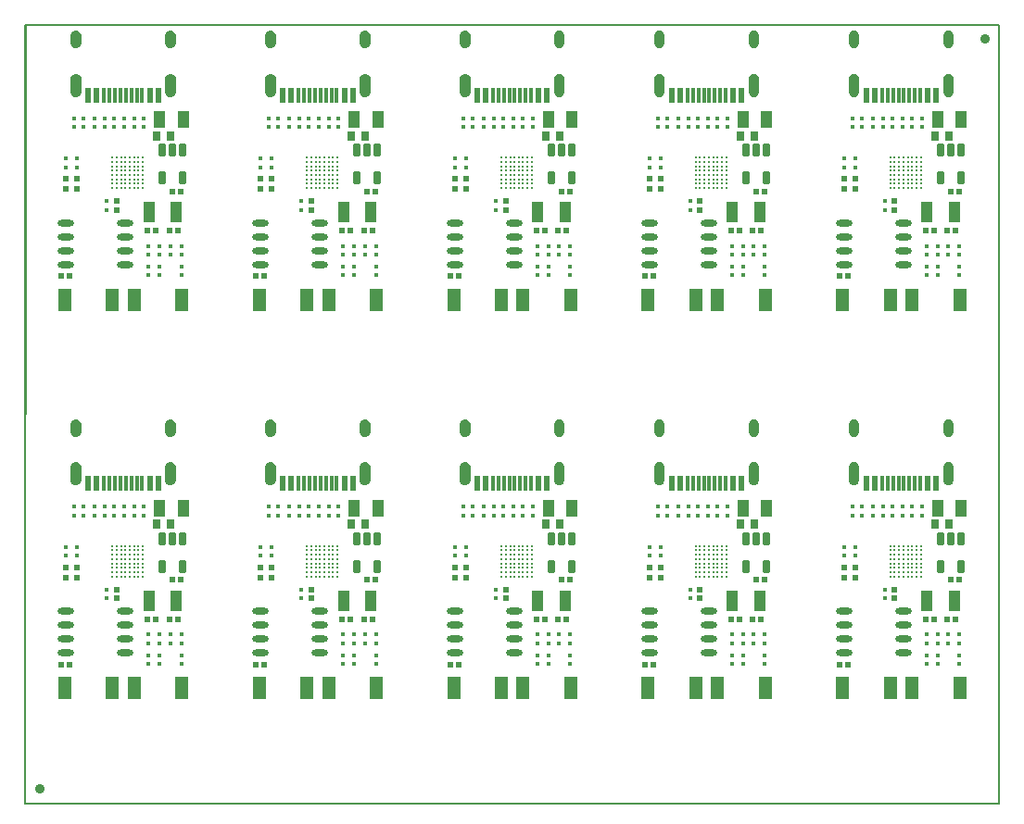
<source format=gtp>
%FSTAX23Y23*%
%MOIN*%
%SFA1B1*%

%IPPOS*%
%AMD17*
4,1,8,0.011800,-0.019600,0.011800,0.019600,0.009800,0.021700,-0.009800,0.021700,-0.011800,0.019600,-0.011800,-0.019600,-0.009800,-0.021700,0.009800,-0.021700,0.011800,-0.019600,0.0*
1,1,0.004016,0.009800,-0.019600*
1,1,0.004016,0.009800,0.019600*
1,1,0.004016,-0.009800,0.019600*
1,1,0.004016,-0.009800,-0.019600*
%
%ADD14R,0.022638X0.057087*%
%ADD15R,0.011811X0.057087*%
%ADD16C,0.009843*%
G04~CAMADD=17~8~0.0~0.0~433.1~236.2~20.1~0.0~15~0.0~0.0~0.0~0.0~0~0.0~0.0~0.0~0.0~0~0.0~0.0~0.0~270.0~237.0~433.0*
%ADD17D17*%
%ADD18R,0.023622X0.019685*%
%ADD19R,0.020472X0.022047*%
%ADD20R,0.031496X0.033465*%
%ADD21O,0.059055X0.023622*%
%ADD22R,0.039370X0.059055*%
%ADD23R,0.022047X0.020472*%
%ADD24R,0.017716X0.017716*%
%ADD25R,0.043307X0.074803*%
%ADD26R,0.045275X0.078740*%
%ADD54C,0.003937*%
%ADD56C,0.005000*%
%ADD9502C,0.035433*%
%LNql-eos-s3-breakout-1*%
%LPD*%
G36*
X00534Y01381D02*
X00539Y01375D01*
X00542Y01368*
Y01364*
Y01341*
Y01337*
X00539Y0133*
X00534Y01324*
X00526Y01321*
X00523*
X00519*
X00511Y01324*
X00506Y0133*
X00503Y01337*
Y01341*
Y01364*
Y01368*
X00506Y01375*
X00511Y01381*
X00519Y01384*
X00526*
X00534Y01381*
G37*
G36*
X00194D02*
X00199Y01375D01*
X00202Y01368*
Y01364*
Y01341*
Y01337*
X00199Y0133*
X00194Y01324*
X00186Y01321*
X00182*
X00179*
X00171Y01324*
X00166Y0133*
X00163Y01337*
Y01341*
Y01364*
Y01368*
X00166Y01375*
X00171Y01381*
X00179Y01384*
X00186*
X00194Y01381*
G37*
G36*
X00526Y01229D02*
X00534Y01226D01*
X00539Y0122*
X00542Y01213*
Y01209*
Y01166*
Y01162*
X00539Y01155*
X00534Y01149*
X00526Y01146*
X00523*
X00519Y01146*
X00511Y01149*
X00506Y01155*
X00503Y01162*
X00503Y01166*
X00503*
Y01209*
Y01213*
X00506Y0122*
X00511Y01226*
X00519Y01229*
X00523*
X00526*
G37*
G36*
X00186D02*
X00194Y01226D01*
X00199Y0122*
X00202Y01213*
Y01209*
Y01166*
Y01162*
X00199Y01155*
X00194Y01149*
X00186Y01146*
X00182*
X00182*
X00179Y01146*
X00171Y01149*
X00166Y01155*
X00163Y01162*
X00163Y01166*
X00163*
Y01209*
Y01213*
X00166Y0122*
X00171Y01226*
X00179Y01229*
X00182*
X00186*
G37*
G54D14*
X00226Y01152D03*
X00256D03*
X00479Y01152D03*
X00449Y01152D03*
G54D15*
X00421Y01152D03*
X00402D03*
X00382D03*
X00284D03*
X00303D03*
X00323D03*
X00343D03*
X00362D03*
G54D16*
X00424Y00928D03*
Y00912D03*
Y00896D03*
Y0088D03*
Y00865D03*
Y00849D03*
Y00833D03*
Y00817D03*
X00408Y00928D03*
Y00912D03*
Y00896D03*
Y0088D03*
Y00865D03*
Y00849D03*
Y00833D03*
Y00817D03*
X00392Y00928D03*
Y00912D03*
Y00896D03*
Y0088D03*
Y00865D03*
Y00849D03*
Y00833D03*
Y00817D03*
X00377Y00928D03*
Y00912D03*
Y00896D03*
Y0088D03*
Y00865D03*
Y00849D03*
Y00833D03*
Y00817D03*
X00361Y00928D03*
Y00912D03*
Y00896D03*
Y0088D03*
Y00865D03*
Y00849D03*
Y00833D03*
Y00817D03*
X00345Y00928D03*
Y00912D03*
Y00896D03*
Y0088D03*
Y00865D03*
Y00849D03*
Y00833D03*
Y00817D03*
X00329Y00928D03*
Y00912D03*
Y00896D03*
Y0088D03*
Y00865D03*
Y00849D03*
Y00833D03*
Y00817D03*
X00314Y00928D03*
Y00912D03*
Y00896D03*
Y0088D03*
Y00865D03*
Y00849D03*
Y00833D03*
Y00817D03*
G54D17*
X00567Y00853D03*
X00493D03*
Y00955D03*
X0053D03*
X00567D03*
G54D18*
X00188Y00815D03*
Y00851D03*
X00148Y00815D03*
Y00851D03*
G54D19*
X00329Y00739D03*
Y0077D03*
G54D20*
X00524Y01006D03*
X00473D03*
G54D21*
X00361Y00542D03*
Y00592D03*
Y00642D03*
Y00692D03*
X00148Y00542D03*
Y00592D03*
Y00642D03*
Y00692D03*
G54D22*
X00569Y01065D03*
X00483D03*
G54D23*
X00161Y005D03*
X0013D03*
X00561Y00806D03*
X0053D03*
X00471Y00664D03*
X0044D03*
X00519D03*
X00549D03*
G54D24*
X00443Y00534D03*
Y00502D03*
X00483Y00534D03*
Y00502D03*
X00443Y00609D03*
Y00577D03*
X00483Y00609D03*
Y00577D03*
X00294Y00739D03*
Y0077D03*
X00562Y00534D03*
Y00502D03*
Y00609D03*
Y00577D03*
X00522Y00609D03*
Y00577D03*
X00211Y01069D03*
Y01038D03*
X00176Y01069D03*
Y01038D03*
X00251D03*
Y01069D03*
X00428D03*
Y01038D03*
X00148Y00892D03*
Y00924D03*
X00188D03*
Y00892D03*
X00286Y01038D03*
Y01069D03*
X00321Y01038D03*
Y01069D03*
X00357Y01038D03*
Y01069D03*
X00392Y01038D03*
Y01069D03*
G54D25*
X00445Y00731D03*
X00544D03*
G54D26*
X00392Y00416D03*
X00563D03*
X00313D03*
X00142D03*
G36*
X01234Y01381D02*
X01239Y01375D01*
X01242Y01368*
Y01364*
Y01341*
Y01337*
X01239Y0133*
X01234Y01324*
X01226Y01321*
X01223*
X01219*
X01211Y01324*
X01206Y0133*
X01203Y01337*
Y01341*
Y01364*
Y01368*
X01206Y01375*
X01211Y01381*
X01219Y01384*
X01226*
X01234Y01381*
G37*
G36*
X00894D02*
X00899Y01375D01*
X00902Y01368*
Y01364*
Y01341*
Y01337*
X00899Y0133*
X00894Y01324*
X00886Y01321*
X00882*
X00879*
X00871Y01324*
X00866Y0133*
X00863Y01337*
Y01341*
Y01364*
Y01368*
X00866Y01375*
X00871Y01381*
X00879Y01384*
X00886*
X00894Y01381*
G37*
G36*
X01226Y01229D02*
X01234Y01226D01*
X01239Y0122*
X01242Y01213*
Y01209*
Y01166*
Y01162*
X01239Y01155*
X01234Y01149*
X01226Y01146*
X01223*
X01219Y01146*
X01211Y01149*
X01206Y01155*
X01203Y01162*
X01203Y01166*
X01203*
Y01209*
Y01213*
X01206Y0122*
X01211Y01226*
X01219Y01229*
X01223*
X01226*
G37*
G36*
X00886D02*
X00894Y01226D01*
X00899Y0122*
X00902Y01213*
Y01209*
Y01166*
Y01162*
X00899Y01155*
X00894Y01149*
X00886Y01146*
X00882*
X00882*
X00879Y01146*
X00871Y01149*
X00866Y01155*
X00863Y01162*
X00863Y01166*
X00863*
Y01209*
Y01213*
X00866Y0122*
X00871Y01226*
X00879Y01229*
X00882*
X00886*
G37*
G54D14*
X00926Y01152D03*
X00956D03*
X01179Y01152D03*
X01149Y01152D03*
G54D15*
X01121Y01152D03*
X01102D03*
X01082D03*
X00984D03*
X01003D03*
X01023D03*
X01043D03*
X01062D03*
G54D16*
X01124Y00928D03*
Y00912D03*
Y00896D03*
Y0088D03*
Y00865D03*
Y00849D03*
Y00833D03*
Y00817D03*
X01108Y00928D03*
Y00912D03*
Y00896D03*
Y0088D03*
Y00865D03*
Y00849D03*
Y00833D03*
Y00817D03*
X01092Y00928D03*
Y00912D03*
Y00896D03*
Y0088D03*
Y00865D03*
Y00849D03*
Y00833D03*
Y00817D03*
X01077Y00928D03*
Y00912D03*
Y00896D03*
Y0088D03*
Y00865D03*
Y00849D03*
Y00833D03*
Y00817D03*
X01061Y00928D03*
Y00912D03*
Y00896D03*
Y0088D03*
Y00865D03*
Y00849D03*
Y00833D03*
Y00817D03*
X01045Y00928D03*
Y00912D03*
Y00896D03*
Y0088D03*
Y00865D03*
Y00849D03*
Y00833D03*
Y00817D03*
X01029Y00928D03*
Y00912D03*
Y00896D03*
Y0088D03*
Y00865D03*
Y00849D03*
Y00833D03*
Y00817D03*
X01014Y00928D03*
Y00912D03*
Y00896D03*
Y0088D03*
Y00865D03*
Y00849D03*
Y00833D03*
Y00817D03*
G54D17*
X01267Y00853D03*
X01193D03*
Y00955D03*
X0123D03*
X01267D03*
G54D18*
X00888Y00815D03*
Y00851D03*
X00848Y00815D03*
Y00851D03*
G54D19*
X01029Y00739D03*
Y0077D03*
G54D20*
X01224Y01006D03*
X01173D03*
G54D21*
X01061Y00542D03*
Y00592D03*
Y00642D03*
Y00692D03*
X00848Y00542D03*
Y00592D03*
Y00642D03*
Y00692D03*
G54D22*
X01269Y01065D03*
X01183D03*
G54D23*
X00861Y005D03*
X0083D03*
X01261Y00806D03*
X0123D03*
X01171Y00664D03*
X0114D03*
X01219D03*
X01249D03*
G54D24*
X01143Y00534D03*
Y00502D03*
X01183Y00534D03*
Y00502D03*
X01143Y00609D03*
Y00577D03*
X01183Y00609D03*
Y00577D03*
X00994Y00739D03*
Y0077D03*
X01262Y00534D03*
Y00502D03*
Y00609D03*
Y00577D03*
X01222Y00609D03*
Y00577D03*
X00911Y01069D03*
Y01038D03*
X00876Y01069D03*
Y01038D03*
X00951D03*
Y01069D03*
X01128D03*
Y01038D03*
X00848Y00892D03*
Y00924D03*
X00888D03*
Y00892D03*
X00986Y01038D03*
Y01069D03*
X01021Y01038D03*
Y01069D03*
X01057Y01038D03*
Y01069D03*
X01092Y01038D03*
Y01069D03*
G54D25*
X01145Y00731D03*
X01244D03*
G54D26*
X01092Y00416D03*
X01263D03*
X01013D03*
X00842D03*
G36*
X01933Y01381D02*
X01938Y01375D01*
X01941Y01368*
Y01364*
Y01341*
Y01337*
X01938Y0133*
X01933Y01324*
X01925Y01321*
X01922*
X01918*
X0191Y01324*
X01905Y0133*
X01902Y01337*
Y01341*
Y01364*
Y01368*
X01905Y01375*
X0191Y01381*
X01918Y01384*
X01925*
X01933Y01381*
G37*
G36*
X01594D02*
X01599Y01375D01*
X01602Y01368*
Y01364*
Y01341*
Y01337*
X01599Y0133*
X01594Y01324*
X01586Y01321*
X01582*
X01579*
X01571Y01324*
X01566Y0133*
X01563Y01337*
Y01341*
Y01364*
Y01368*
X01566Y01375*
X01571Y01381*
X01579Y01384*
X01586*
X01594Y01381*
G37*
G36*
X01925Y01229D02*
X01933Y01226D01*
X01938Y0122*
X01941Y01213*
Y01209*
Y01166*
Y01162*
X01938Y01155*
X01933Y01149*
X01925Y01146*
X01922*
X01918Y01146*
X0191Y01149*
X01905Y01155*
X01902Y01162*
X01902Y01166*
X01902*
Y01209*
Y01213*
X01905Y0122*
X0191Y01226*
X01918Y01229*
X01922*
X01925*
G37*
G36*
X01586D02*
X01594Y01226D01*
X01599Y0122*
X01602Y01213*
Y01209*
Y01166*
Y01162*
X01599Y01155*
X01594Y01149*
X01586Y01146*
X01582*
X01582*
X01579Y01146*
X01571Y01149*
X01566Y01155*
X01563Y01162*
X01563Y01166*
X01563*
Y01209*
Y01213*
X01566Y0122*
X01571Y01226*
X01579Y01229*
X01582*
X01586*
G37*
G54D14*
X01626Y01152D03*
X01656D03*
X01878Y01152D03*
X01848Y01152D03*
G54D15*
X0182Y01152D03*
X01801D03*
X01781D03*
X01684D03*
X01703D03*
X01723D03*
X01743D03*
X01761D03*
G54D16*
X01823Y00928D03*
Y00912D03*
Y00896D03*
Y0088D03*
Y00865D03*
Y00849D03*
Y00833D03*
Y00817D03*
X01807Y00928D03*
Y00912D03*
Y00896D03*
Y0088D03*
Y00865D03*
Y00849D03*
Y00833D03*
Y00817D03*
X01791Y00928D03*
Y00912D03*
Y00896D03*
Y0088D03*
Y00865D03*
Y00849D03*
Y00833D03*
Y00817D03*
X01776Y00928D03*
Y00912D03*
Y00896D03*
Y0088D03*
Y00865D03*
Y00849D03*
Y00833D03*
Y00817D03*
X0176Y00928D03*
Y00912D03*
Y00896D03*
Y0088D03*
Y00865D03*
Y00849D03*
Y00833D03*
Y00817D03*
X01745Y00928D03*
Y00912D03*
Y00896D03*
Y0088D03*
Y00865D03*
Y00849D03*
Y00833D03*
Y00817D03*
X01729Y00928D03*
Y00912D03*
Y00896D03*
Y0088D03*
Y00865D03*
Y00849D03*
Y00833D03*
Y00817D03*
X01714Y00928D03*
Y00912D03*
Y00896D03*
Y0088D03*
Y00865D03*
Y00849D03*
Y00833D03*
Y00817D03*
G54D17*
X01966Y00853D03*
X01892D03*
Y00955D03*
X01929D03*
X01966D03*
G54D18*
X01588Y00815D03*
Y00851D03*
X01548Y00815D03*
Y00851D03*
G54D19*
X01729Y00739D03*
Y0077D03*
G54D20*
X01923Y01006D03*
X01872D03*
G54D21*
X0176Y00542D03*
Y00592D03*
Y00642D03*
Y00692D03*
X01548Y00542D03*
Y00592D03*
Y00642D03*
Y00692D03*
G54D22*
X01968Y01065D03*
X01882D03*
G54D23*
X01561Y005D03*
X0153D03*
X0196Y00806D03*
X01929D03*
X0187Y00664D03*
X01839D03*
X01918D03*
X01948D03*
G54D24*
X01842Y00534D03*
Y00502D03*
X01882Y00534D03*
Y00502D03*
X01842Y00609D03*
Y00577D03*
X01882Y00609D03*
Y00577D03*
X01694Y00739D03*
Y0077D03*
X01961Y00534D03*
Y00502D03*
Y00609D03*
Y00577D03*
X01921Y00609D03*
Y00577D03*
X01611Y01069D03*
Y01038D03*
X01576Y01069D03*
Y01038D03*
X01651D03*
Y01069D03*
X01827D03*
Y01038D03*
X01548Y00892D03*
Y00924D03*
X01588D03*
Y00892D03*
X01686Y01038D03*
Y01069D03*
X01721Y01038D03*
Y01069D03*
X01756Y01038D03*
Y01069D03*
X01791Y01038D03*
Y01069D03*
G54D25*
X01844Y00731D03*
X01943D03*
G54D26*
X01791Y00416D03*
X01962D03*
X01713D03*
X01542D03*
G36*
X02633Y01381D02*
X02638Y01375D01*
X02641Y01368*
Y01364*
Y01341*
Y01337*
X02638Y0133*
X02633Y01324*
X02625Y01321*
X02622*
X02618*
X0261Y01324*
X02605Y0133*
X02602Y01337*
Y01341*
Y01364*
Y01368*
X02605Y01375*
X0261Y01381*
X02618Y01384*
X02625*
X02633Y01381*
G37*
G36*
X02293D02*
X02298Y01375D01*
X02301Y01368*
Y01364*
Y01341*
Y01337*
X02298Y0133*
X02293Y01324*
X02285Y01321*
X02281*
X02278*
X0227Y01324*
X02265Y0133*
X02262Y01337*
Y01341*
Y01364*
Y01368*
X02265Y01375*
X0227Y01381*
X02278Y01384*
X02285*
X02293Y01381*
G37*
G36*
X02625Y01229D02*
X02633Y01226D01*
X02638Y0122*
X02641Y01213*
Y01209*
Y01166*
Y01162*
X02638Y01155*
X02633Y01149*
X02625Y01146*
X02622*
X02618Y01146*
X0261Y01149*
X02605Y01155*
X02602Y01162*
X02602Y01166*
X02602*
Y01209*
Y01213*
X02605Y0122*
X0261Y01226*
X02618Y01229*
X02622*
X02625*
G37*
G36*
X02285D02*
X02293Y01226D01*
X02298Y0122*
X02301Y01213*
Y01209*
Y01166*
Y01162*
X02298Y01155*
X02293Y01149*
X02285Y01146*
X02281*
X02281*
X02278Y01146*
X0227Y01149*
X02265Y01155*
X02262Y01162*
X02262Y01166*
X02262*
Y01209*
Y01213*
X02265Y0122*
X0227Y01226*
X02278Y01229*
X02281*
X02285*
G37*
G54D14*
X02325Y01152D03*
X02355D03*
X02578Y01152D03*
X02548Y01152D03*
G54D15*
X0252Y01152D03*
X02501D03*
X02481D03*
X02383D03*
X02402D03*
X02422D03*
X02442D03*
X02461D03*
G54D16*
X02523Y00928D03*
Y00912D03*
Y00896D03*
Y0088D03*
Y00865D03*
Y00849D03*
Y00833D03*
Y00817D03*
X02507Y00928D03*
Y00912D03*
Y00896D03*
Y0088D03*
Y00865D03*
Y00849D03*
Y00833D03*
Y00817D03*
X02491Y00928D03*
Y00912D03*
Y00896D03*
Y0088D03*
Y00865D03*
Y00849D03*
Y00833D03*
Y00817D03*
X02476Y00928D03*
Y00912D03*
Y00896D03*
Y0088D03*
Y00865D03*
Y00849D03*
Y00833D03*
Y00817D03*
X0246Y00928D03*
Y00912D03*
Y00896D03*
Y0088D03*
Y00865D03*
Y00849D03*
Y00833D03*
Y00817D03*
X02444Y00928D03*
Y00912D03*
Y00896D03*
Y0088D03*
Y00865D03*
Y00849D03*
Y00833D03*
Y00817D03*
X02428Y00928D03*
Y00912D03*
Y00896D03*
Y0088D03*
Y00865D03*
Y00849D03*
Y00833D03*
Y00817D03*
X02413Y00928D03*
Y00912D03*
Y00896D03*
Y0088D03*
Y00865D03*
Y00849D03*
Y00833D03*
Y00817D03*
G54D17*
X02666Y00853D03*
X02592D03*
Y00955D03*
X02629D03*
X02666D03*
G54D18*
X02287Y00815D03*
Y00851D03*
X02247Y00815D03*
Y00851D03*
G54D19*
X02428Y00739D03*
Y0077D03*
G54D20*
X02623Y01006D03*
X02572D03*
G54D21*
X0246Y00542D03*
Y00592D03*
Y00642D03*
Y00692D03*
X02247Y00542D03*
Y00592D03*
Y00642D03*
Y00692D03*
G54D22*
X02668Y01065D03*
X02582D03*
G54D23*
X0226Y005D03*
X02229D03*
X0266Y00806D03*
X02629D03*
X0257Y00664D03*
X02539D03*
X02618D03*
X02648D03*
G54D24*
X02542Y00534D03*
Y00502D03*
X02582Y00534D03*
Y00502D03*
X02542Y00609D03*
Y00577D03*
X02582Y00609D03*
Y00577D03*
X02393Y00739D03*
Y0077D03*
X02661Y00534D03*
Y00502D03*
Y00609D03*
Y00577D03*
X02621Y00609D03*
Y00577D03*
X0231Y01069D03*
Y01038D03*
X02275Y01069D03*
Y01038D03*
X0235D03*
Y01069D03*
X02527D03*
Y01038D03*
X02247Y00892D03*
Y00924D03*
X02287D03*
Y00892D03*
X02385Y01038D03*
Y01069D03*
X0242Y01038D03*
Y01069D03*
X02456Y01038D03*
Y01069D03*
X02491Y01038D03*
Y01069D03*
G54D25*
X02544Y00731D03*
X02643D03*
G54D26*
X02491Y00416D03*
X02662D03*
X02412D03*
X02241D03*
G36*
X03333Y01381D02*
X03338Y01375D01*
X03341Y01368*
Y01364*
Y01341*
Y01337*
X03338Y0133*
X03333Y01324*
X03325Y01321*
X03322*
X03318*
X0331Y01324*
X03305Y0133*
X03302Y01337*
Y01341*
Y01364*
Y01368*
X03305Y01375*
X0331Y01381*
X03318Y01384*
X03325*
X03333Y01381*
G37*
G36*
X02993D02*
X02998Y01375D01*
X03001Y01368*
Y01364*
Y01341*
Y01337*
X02998Y0133*
X02993Y01324*
X02985Y01321*
X02981*
X02978*
X0297Y01324*
X02965Y0133*
X02962Y01337*
Y01341*
Y01364*
Y01368*
X02965Y01375*
X0297Y01381*
X02978Y01384*
X02985*
X02993Y01381*
G37*
G36*
X03325Y01229D02*
X03333Y01226D01*
X03338Y0122*
X03341Y01213*
Y01209*
Y01166*
Y01162*
X03338Y01155*
X03333Y01149*
X03325Y01146*
X03322*
X03318Y01146*
X0331Y01149*
X03305Y01155*
X03302Y01162*
X03302Y01166*
X03302*
Y01209*
Y01213*
X03305Y0122*
X0331Y01226*
X03318Y01229*
X03322*
X03325*
G37*
G36*
X02985D02*
X02993Y01226D01*
X02998Y0122*
X03001Y01213*
Y01209*
Y01166*
Y01162*
X02998Y01155*
X02993Y01149*
X02985Y01146*
X02981*
X02981*
X02978Y01146*
X0297Y01149*
X02965Y01155*
X02962Y01162*
X02962Y01166*
X02962*
Y01209*
Y01213*
X02965Y0122*
X0297Y01226*
X02978Y01229*
X02981*
X02985*
G37*
G54D14*
X03025Y01152D03*
X03055D03*
X03278Y01152D03*
X03248Y01152D03*
G54D15*
X0322Y01152D03*
X03201D03*
X03181D03*
X03083D03*
X03102D03*
X03122D03*
X03142D03*
X03161D03*
G54D16*
X03223Y00928D03*
Y00912D03*
Y00896D03*
Y0088D03*
Y00865D03*
Y00849D03*
Y00833D03*
Y00817D03*
X03207Y00928D03*
Y00912D03*
Y00896D03*
Y0088D03*
Y00865D03*
Y00849D03*
Y00833D03*
Y00817D03*
X03191Y00928D03*
Y00912D03*
Y00896D03*
Y0088D03*
Y00865D03*
Y00849D03*
Y00833D03*
Y00817D03*
X03176Y00928D03*
Y00912D03*
Y00896D03*
Y0088D03*
Y00865D03*
Y00849D03*
Y00833D03*
Y00817D03*
X0316Y00928D03*
Y00912D03*
Y00896D03*
Y0088D03*
Y00865D03*
Y00849D03*
Y00833D03*
Y00817D03*
X03144Y00928D03*
Y00912D03*
Y00896D03*
Y0088D03*
Y00865D03*
Y00849D03*
Y00833D03*
Y00817D03*
X03128Y00928D03*
Y00912D03*
Y00896D03*
Y0088D03*
Y00865D03*
Y00849D03*
Y00833D03*
Y00817D03*
X03113Y00928D03*
Y00912D03*
Y00896D03*
Y0088D03*
Y00865D03*
Y00849D03*
Y00833D03*
Y00817D03*
G54D17*
X03366Y00853D03*
X03292D03*
Y00955D03*
X03329D03*
X03366D03*
G54D18*
X02987Y00815D03*
Y00851D03*
X02947Y00815D03*
Y00851D03*
G54D19*
X03128Y00739D03*
Y0077D03*
G54D20*
X03323Y01006D03*
X03272D03*
G54D21*
X0316Y00542D03*
Y00592D03*
Y00642D03*
Y00692D03*
X02947Y00542D03*
Y00592D03*
Y00642D03*
Y00692D03*
G54D22*
X03368Y01065D03*
X03282D03*
G54D23*
X0296Y005D03*
X02929D03*
X0336Y00806D03*
X03329D03*
X0327Y00664D03*
X03239D03*
X03318D03*
X03348D03*
G54D24*
X03242Y00534D03*
Y00502D03*
X03282Y00534D03*
Y00502D03*
X03242Y00609D03*
Y00577D03*
X03282Y00609D03*
Y00577D03*
X03093Y00739D03*
Y0077D03*
X03361Y00534D03*
Y00502D03*
Y00609D03*
Y00577D03*
X03321Y00609D03*
Y00577D03*
X0301Y01069D03*
Y01038D03*
X02975Y01069D03*
Y01038D03*
X0305D03*
Y01069D03*
X03227D03*
Y01038D03*
X02947Y00892D03*
Y00924D03*
X02987D03*
Y00892D03*
X03085Y01038D03*
Y01069D03*
X0312Y01038D03*
Y01069D03*
X03156Y01038D03*
Y01069D03*
X03191Y01038D03*
Y01069D03*
G54D25*
X03244Y00731D03*
X03343D03*
G54D26*
X03191Y00416D03*
X03362D03*
X03112D03*
X02941D03*
G36*
X00534Y0278D02*
X00539Y02774D01*
X00542Y02767*
Y02763*
Y0274*
Y02736*
X00539Y02729*
X00534Y02723*
X00526Y0272*
X00523*
X00519*
X00511Y02723*
X00506Y02729*
X00503Y02736*
Y0274*
Y02763*
Y02767*
X00506Y02774*
X00511Y0278*
X00519Y02783*
X00526*
X00534Y0278*
G37*
G36*
X00194D02*
X00199Y02774D01*
X00202Y02767*
Y02763*
Y0274*
Y02736*
X00199Y02729*
X00194Y02723*
X00186Y0272*
X00182*
X00179*
X00171Y02723*
X00166Y02729*
X00163Y02736*
Y0274*
Y02763*
Y02767*
X00166Y02774*
X00171Y0278*
X00179Y02783*
X00186*
X00194Y0278*
G37*
G36*
X00526Y02628D02*
X00534Y02625D01*
X00539Y02619*
X00542Y02612*
Y02608*
Y02565*
Y02561*
X00539Y02554*
X00534Y02548*
X00526Y02545*
X00523*
X00519Y02545*
X00511Y02548*
X00506Y02554*
X00503Y02561*
X00503Y02565*
X00503*
Y02608*
Y02612*
X00506Y02619*
X00511Y02625*
X00519Y02628*
X00523*
X00526*
G37*
G36*
X00186D02*
X00194Y02625D01*
X00199Y02619*
X00202Y02612*
Y02608*
Y02565*
Y02561*
X00199Y02554*
X00194Y02548*
X00186Y02545*
X00182*
X00182*
X00179Y02545*
X00171Y02548*
X00166Y02554*
X00163Y02561*
X00163Y02565*
X00163*
Y02608*
Y02612*
X00166Y02619*
X00171Y02625*
X00179Y02628*
X00182*
X00186*
G37*
G54D14*
X00226Y02551D03*
X00256D03*
X00479Y02551D03*
X00449Y02551D03*
G54D15*
X00421Y02551D03*
X00402D03*
X00382D03*
X00284D03*
X00303D03*
X00323D03*
X00343D03*
X00362D03*
G54D16*
X00424Y02327D03*
Y02311D03*
Y02295D03*
Y02279D03*
Y02264D03*
Y02248D03*
Y02232D03*
Y02216D03*
X00408Y02327D03*
Y02311D03*
Y02295D03*
Y02279D03*
Y02264D03*
Y02248D03*
Y02232D03*
Y02216D03*
X00392Y02327D03*
Y02311D03*
Y02295D03*
Y02279D03*
Y02264D03*
Y02248D03*
Y02232D03*
Y02216D03*
X00377Y02327D03*
Y02311D03*
Y02295D03*
Y02279D03*
Y02264D03*
Y02248D03*
Y02232D03*
Y02216D03*
X00361Y02327D03*
Y02311D03*
Y02295D03*
Y02279D03*
Y02264D03*
Y02248D03*
Y02232D03*
Y02216D03*
X00345Y02327D03*
Y02311D03*
Y02295D03*
Y02279D03*
Y02264D03*
Y02248D03*
Y02232D03*
Y02216D03*
X00329Y02327D03*
Y02311D03*
Y02295D03*
Y02279D03*
Y02264D03*
Y02248D03*
Y02232D03*
Y02216D03*
X00314Y02327D03*
Y02311D03*
Y02295D03*
Y02279D03*
Y02264D03*
Y02248D03*
Y02232D03*
Y02216D03*
G54D17*
X00567Y02252D03*
X00493D03*
Y02354D03*
X0053D03*
X00567D03*
G54D18*
X00188Y02214D03*
Y0225D03*
X00148Y02214D03*
Y0225D03*
G54D19*
X00329Y02138D03*
Y02169D03*
G54D20*
X00524Y02405D03*
X00473D03*
G54D21*
X00361Y01941D03*
Y01991D03*
Y02041D03*
Y02091D03*
X00148Y01941D03*
Y01991D03*
Y02041D03*
Y02091D03*
G54D22*
X00569Y02464D03*
X00483D03*
G54D23*
X00161Y01899D03*
X0013D03*
X00561Y02205D03*
X0053D03*
X00471Y02063D03*
X0044D03*
X00519D03*
X00549D03*
G54D24*
X00443Y01933D03*
Y01902D03*
X00483Y01933D03*
Y01902D03*
X00443Y02008D03*
Y01976D03*
X00483Y02008D03*
Y01976D03*
X00294Y02138D03*
Y02169D03*
X00562Y01933D03*
Y01902D03*
Y02008D03*
Y01976D03*
X00522Y02008D03*
Y01976D03*
X00211Y02468D03*
Y02437D03*
X00176Y02468D03*
Y02437D03*
X00251D03*
Y02468D03*
X00428D03*
Y02437D03*
X00148Y02291D03*
Y02323D03*
X00188D03*
Y02291D03*
X00286Y02437D03*
Y02468D03*
X00321Y02437D03*
Y02468D03*
X00357Y02437D03*
Y02468D03*
X00392Y02437D03*
Y02468D03*
G54D25*
X00445Y0213D03*
X00544D03*
G54D26*
X00392Y01815D03*
X00563D03*
X00313D03*
X00142D03*
G36*
X01234Y0278D02*
X01239Y02774D01*
X01242Y02767*
Y02763*
Y0274*
Y02736*
X01239Y02729*
X01234Y02723*
X01226Y0272*
X01223*
X01219*
X01211Y02723*
X01206Y02729*
X01203Y02736*
Y0274*
Y02763*
Y02767*
X01206Y02774*
X01211Y0278*
X01219Y02783*
X01226*
X01234Y0278*
G37*
G36*
X00894D02*
X00899Y02774D01*
X00902Y02767*
Y02763*
Y0274*
Y02736*
X00899Y02729*
X00894Y02723*
X00886Y0272*
X00882*
X00879*
X00871Y02723*
X00866Y02729*
X00863Y02736*
Y0274*
Y02763*
Y02767*
X00866Y02774*
X00871Y0278*
X00879Y02783*
X00886*
X00894Y0278*
G37*
G36*
X01226Y02628D02*
X01234Y02625D01*
X01239Y02619*
X01242Y02612*
Y02608*
Y02565*
Y02561*
X01239Y02554*
X01234Y02548*
X01226Y02545*
X01223*
X01219Y02545*
X01211Y02548*
X01206Y02554*
X01203Y02561*
X01203Y02565*
X01203*
Y02608*
Y02612*
X01206Y02619*
X01211Y02625*
X01219Y02628*
X01223*
X01226*
G37*
G36*
X00886D02*
X00894Y02625D01*
X00899Y02619*
X00902Y02612*
Y02608*
Y02565*
Y02561*
X00899Y02554*
X00894Y02548*
X00886Y02545*
X00882*
X00882*
X00879Y02545*
X00871Y02548*
X00866Y02554*
X00863Y02561*
X00863Y02565*
X00863*
Y02608*
Y02612*
X00866Y02619*
X00871Y02625*
X00879Y02628*
X00882*
X00886*
G37*
G54D14*
X00926Y02551D03*
X00956D03*
X01179Y02551D03*
X01149Y02551D03*
G54D15*
X01121Y02551D03*
X01102D03*
X01082D03*
X00984D03*
X01003D03*
X01023D03*
X01043D03*
X01062D03*
G54D16*
X01124Y02327D03*
Y02311D03*
Y02295D03*
Y02279D03*
Y02264D03*
Y02248D03*
Y02232D03*
Y02216D03*
X01108Y02327D03*
Y02311D03*
Y02295D03*
Y02279D03*
Y02264D03*
Y02248D03*
Y02232D03*
Y02216D03*
X01092Y02327D03*
Y02311D03*
Y02295D03*
Y02279D03*
Y02264D03*
Y02248D03*
Y02232D03*
Y02216D03*
X01077Y02327D03*
Y02311D03*
Y02295D03*
Y02279D03*
Y02264D03*
Y02248D03*
Y02232D03*
Y02216D03*
X01061Y02327D03*
Y02311D03*
Y02295D03*
Y02279D03*
Y02264D03*
Y02248D03*
Y02232D03*
Y02216D03*
X01045Y02327D03*
Y02311D03*
Y02295D03*
Y02279D03*
Y02264D03*
Y02248D03*
Y02232D03*
Y02216D03*
X01029Y02327D03*
Y02311D03*
Y02295D03*
Y02279D03*
Y02264D03*
Y02248D03*
Y02232D03*
Y02216D03*
X01014Y02327D03*
Y02311D03*
Y02295D03*
Y02279D03*
Y02264D03*
Y02248D03*
Y02232D03*
Y02216D03*
G54D17*
X01267Y02252D03*
X01193D03*
Y02354D03*
X0123D03*
X01267D03*
G54D18*
X00888Y02214D03*
Y0225D03*
X00848Y02214D03*
Y0225D03*
G54D19*
X01029Y02138D03*
Y02169D03*
G54D20*
X01224Y02405D03*
X01173D03*
G54D21*
X01061Y01941D03*
Y01991D03*
Y02041D03*
Y02091D03*
X00848Y01941D03*
Y01991D03*
Y02041D03*
Y02091D03*
G54D22*
X01269Y02464D03*
X01183D03*
G54D23*
X00861Y01899D03*
X0083D03*
X01261Y02205D03*
X0123D03*
X01171Y02063D03*
X0114D03*
X01219D03*
X01249D03*
G54D24*
X01143Y01933D03*
Y01902D03*
X01183Y01933D03*
Y01902D03*
X01143Y02008D03*
Y01976D03*
X01183Y02008D03*
Y01976D03*
X00994Y02138D03*
Y02169D03*
X01262Y01933D03*
Y01902D03*
Y02008D03*
Y01976D03*
X01222Y02008D03*
Y01976D03*
X00911Y02468D03*
Y02437D03*
X00876Y02468D03*
Y02437D03*
X00951D03*
Y02468D03*
X01128D03*
Y02437D03*
X00848Y02291D03*
Y02323D03*
X00888D03*
Y02291D03*
X00986Y02437D03*
Y02468D03*
X01021Y02437D03*
Y02468D03*
X01057Y02437D03*
Y02468D03*
X01092Y02437D03*
Y02468D03*
G54D25*
X01145Y0213D03*
X01244D03*
G54D26*
X01092Y01815D03*
X01263D03*
X01013D03*
X00842D03*
G36*
X01933Y0278D02*
X01938Y02774D01*
X01941Y02767*
Y02763*
Y0274*
Y02736*
X01938Y02729*
X01933Y02723*
X01925Y0272*
X01922*
X01918*
X0191Y02723*
X01905Y02729*
X01902Y02736*
Y0274*
Y02763*
Y02767*
X01905Y02774*
X0191Y0278*
X01918Y02783*
X01925*
X01933Y0278*
G37*
G36*
X01594D02*
X01599Y02774D01*
X01602Y02767*
Y02763*
Y0274*
Y02736*
X01599Y02729*
X01594Y02723*
X01586Y0272*
X01582*
X01579*
X01571Y02723*
X01566Y02729*
X01563Y02736*
Y0274*
Y02763*
Y02767*
X01566Y02774*
X01571Y0278*
X01579Y02783*
X01586*
X01594Y0278*
G37*
G36*
X01925Y02628D02*
X01933Y02625D01*
X01938Y02619*
X01941Y02612*
Y02608*
Y02565*
Y02561*
X01938Y02554*
X01933Y02548*
X01925Y02545*
X01922*
X01918Y02545*
X0191Y02548*
X01905Y02554*
X01902Y02561*
X01902Y02565*
X01902*
Y02608*
Y02612*
X01905Y02619*
X0191Y02625*
X01918Y02628*
X01922*
X01925*
G37*
G36*
X01586D02*
X01594Y02625D01*
X01599Y02619*
X01602Y02612*
Y02608*
Y02565*
Y02561*
X01599Y02554*
X01594Y02548*
X01586Y02545*
X01582*
X01582*
X01579Y02545*
X01571Y02548*
X01566Y02554*
X01563Y02561*
X01563Y02565*
X01563*
Y02608*
Y02612*
X01566Y02619*
X01571Y02625*
X01579Y02628*
X01582*
X01586*
G37*
G54D14*
X01626Y02551D03*
X01656D03*
X01878Y02551D03*
X01848Y02551D03*
G54D15*
X0182Y02551D03*
X01801D03*
X01781D03*
X01684D03*
X01703D03*
X01723D03*
X01743D03*
X01761D03*
G54D16*
X01823Y02327D03*
Y02311D03*
Y02295D03*
Y02279D03*
Y02264D03*
Y02248D03*
Y02232D03*
Y02216D03*
X01807Y02327D03*
Y02311D03*
Y02295D03*
Y02279D03*
Y02264D03*
Y02248D03*
Y02232D03*
Y02216D03*
X01791Y02327D03*
Y02311D03*
Y02295D03*
Y02279D03*
Y02264D03*
Y02248D03*
Y02232D03*
Y02216D03*
X01776Y02327D03*
Y02311D03*
Y02295D03*
Y02279D03*
Y02264D03*
Y02248D03*
Y02232D03*
Y02216D03*
X0176Y02327D03*
Y02311D03*
Y02295D03*
Y02279D03*
Y02264D03*
Y02248D03*
Y02232D03*
Y02216D03*
X01745Y02327D03*
Y02311D03*
Y02295D03*
Y02279D03*
Y02264D03*
Y02248D03*
Y02232D03*
Y02216D03*
X01729Y02327D03*
Y02311D03*
Y02295D03*
Y02279D03*
Y02264D03*
Y02248D03*
Y02232D03*
Y02216D03*
X01714Y02327D03*
Y02311D03*
Y02295D03*
Y02279D03*
Y02264D03*
Y02248D03*
Y02232D03*
Y02216D03*
G54D17*
X01966Y02252D03*
X01892D03*
Y02354D03*
X01929D03*
X01966D03*
G54D18*
X01588Y02214D03*
Y0225D03*
X01548Y02214D03*
Y0225D03*
G54D19*
X01729Y02138D03*
Y02169D03*
G54D20*
X01923Y02405D03*
X01872D03*
G54D21*
X0176Y01941D03*
Y01991D03*
Y02041D03*
Y02091D03*
X01548Y01941D03*
Y01991D03*
Y02041D03*
Y02091D03*
G54D22*
X01968Y02464D03*
X01882D03*
G54D23*
X01561Y01899D03*
X0153D03*
X0196Y02205D03*
X01929D03*
X0187Y02063D03*
X01839D03*
X01918D03*
X01948D03*
G54D24*
X01842Y01933D03*
Y01902D03*
X01882Y01933D03*
Y01902D03*
X01842Y02008D03*
Y01976D03*
X01882Y02008D03*
Y01976D03*
X01694Y02138D03*
Y02169D03*
X01961Y01933D03*
Y01902D03*
Y02008D03*
Y01976D03*
X01921Y02008D03*
Y01976D03*
X01611Y02468D03*
Y02437D03*
X01576Y02468D03*
Y02437D03*
X01651D03*
Y02468D03*
X01827D03*
Y02437D03*
X01548Y02291D03*
Y02323D03*
X01588D03*
Y02291D03*
X01686Y02437D03*
Y02468D03*
X01721Y02437D03*
Y02468D03*
X01756Y02437D03*
Y02468D03*
X01791Y02437D03*
Y02468D03*
G54D25*
X01844Y0213D03*
X01943D03*
G54D26*
X01791Y01815D03*
X01962D03*
X01713D03*
X01542D03*
G36*
X02633Y0278D02*
X02638Y02774D01*
X02641Y02767*
Y02763*
Y0274*
Y02736*
X02638Y02729*
X02633Y02723*
X02625Y0272*
X02622*
X02618*
X0261Y02723*
X02605Y02729*
X02602Y02736*
Y0274*
Y02763*
Y02767*
X02605Y02774*
X0261Y0278*
X02618Y02783*
X02625*
X02633Y0278*
G37*
G36*
X02293D02*
X02298Y02774D01*
X02301Y02767*
Y02763*
Y0274*
Y02736*
X02298Y02729*
X02293Y02723*
X02285Y0272*
X02281*
X02278*
X0227Y02723*
X02265Y02729*
X02262Y02736*
Y0274*
Y02763*
Y02767*
X02265Y02774*
X0227Y0278*
X02278Y02783*
X02285*
X02293Y0278*
G37*
G36*
X02625Y02628D02*
X02633Y02625D01*
X02638Y02619*
X02641Y02612*
Y02608*
Y02565*
Y02561*
X02638Y02554*
X02633Y02548*
X02625Y02545*
X02622*
X02618Y02545*
X0261Y02548*
X02605Y02554*
X02602Y02561*
X02602Y02565*
X02602*
Y02608*
Y02612*
X02605Y02619*
X0261Y02625*
X02618Y02628*
X02622*
X02625*
G37*
G36*
X02285D02*
X02293Y02625D01*
X02298Y02619*
X02301Y02612*
Y02608*
Y02565*
Y02561*
X02298Y02554*
X02293Y02548*
X02285Y02545*
X02281*
X02281*
X02278Y02545*
X0227Y02548*
X02265Y02554*
X02262Y02561*
X02262Y02565*
X02262*
Y02608*
Y02612*
X02265Y02619*
X0227Y02625*
X02278Y02628*
X02281*
X02285*
G37*
G54D14*
X02325Y02551D03*
X02355D03*
X02578Y02551D03*
X02548Y02551D03*
G54D15*
X0252Y02551D03*
X02501D03*
X02481D03*
X02383D03*
X02402D03*
X02422D03*
X02442D03*
X02461D03*
G54D16*
X02523Y02327D03*
Y02311D03*
Y02295D03*
Y02279D03*
Y02264D03*
Y02248D03*
Y02232D03*
Y02216D03*
X02507Y02327D03*
Y02311D03*
Y02295D03*
Y02279D03*
Y02264D03*
Y02248D03*
Y02232D03*
Y02216D03*
X02491Y02327D03*
Y02311D03*
Y02295D03*
Y02279D03*
Y02264D03*
Y02248D03*
Y02232D03*
Y02216D03*
X02476Y02327D03*
Y02311D03*
Y02295D03*
Y02279D03*
Y02264D03*
Y02248D03*
Y02232D03*
Y02216D03*
X0246Y02327D03*
Y02311D03*
Y02295D03*
Y02279D03*
Y02264D03*
Y02248D03*
Y02232D03*
Y02216D03*
X02444Y02327D03*
Y02311D03*
Y02295D03*
Y02279D03*
Y02264D03*
Y02248D03*
Y02232D03*
Y02216D03*
X02428Y02327D03*
Y02311D03*
Y02295D03*
Y02279D03*
Y02264D03*
Y02248D03*
Y02232D03*
Y02216D03*
X02413Y02327D03*
Y02311D03*
Y02295D03*
Y02279D03*
Y02264D03*
Y02248D03*
Y02232D03*
Y02216D03*
G54D17*
X02666Y02252D03*
X02592D03*
Y02354D03*
X02629D03*
X02666D03*
G54D18*
X02287Y02214D03*
Y0225D03*
X02247Y02214D03*
Y0225D03*
G54D19*
X02428Y02138D03*
Y02169D03*
G54D20*
X02623Y02405D03*
X02572D03*
G54D21*
X0246Y01941D03*
Y01991D03*
Y02041D03*
Y02091D03*
X02247Y01941D03*
Y01991D03*
Y02041D03*
Y02091D03*
G54D22*
X02668Y02464D03*
X02582D03*
G54D23*
X0226Y01899D03*
X02229D03*
X0266Y02205D03*
X02629D03*
X0257Y02063D03*
X02539D03*
X02618D03*
X02648D03*
G54D24*
X02542Y01933D03*
Y01902D03*
X02582Y01933D03*
Y01902D03*
X02542Y02008D03*
Y01976D03*
X02582Y02008D03*
Y01976D03*
X02393Y02138D03*
Y02169D03*
X02661Y01933D03*
Y01902D03*
Y02008D03*
Y01976D03*
X02621Y02008D03*
Y01976D03*
X0231Y02468D03*
Y02437D03*
X02275Y02468D03*
Y02437D03*
X0235D03*
Y02468D03*
X02527D03*
Y02437D03*
X02247Y02291D03*
Y02323D03*
X02287D03*
Y02291D03*
X02385Y02437D03*
Y02468D03*
X0242Y02437D03*
Y02468D03*
X02456Y02437D03*
Y02468D03*
X02491Y02437D03*
Y02468D03*
G54D25*
X02544Y0213D03*
X02643D03*
G54D26*
X02491Y01815D03*
X02662D03*
X02412D03*
X02241D03*
G36*
X03333Y0278D02*
X03338Y02774D01*
X03341Y02767*
Y02763*
Y0274*
Y02736*
X03338Y02729*
X03333Y02723*
X03325Y0272*
X03322*
X03318*
X0331Y02723*
X03305Y02729*
X03302Y02736*
Y0274*
Y02763*
Y02767*
X03305Y02774*
X0331Y0278*
X03318Y02783*
X03325*
X03333Y0278*
G37*
G36*
X02993D02*
X02998Y02774D01*
X03001Y02767*
Y02763*
Y0274*
Y02736*
X02998Y02729*
X02993Y02723*
X02985Y0272*
X02981*
X02978*
X0297Y02723*
X02965Y02729*
X02962Y02736*
Y0274*
Y02763*
Y02767*
X02965Y02774*
X0297Y0278*
X02978Y02783*
X02985*
X02993Y0278*
G37*
G36*
X03325Y02628D02*
X03333Y02625D01*
X03338Y02619*
X03341Y02612*
Y02608*
Y02565*
Y02561*
X03338Y02554*
X03333Y02548*
X03325Y02545*
X03322*
X03318Y02545*
X0331Y02548*
X03305Y02554*
X03302Y02561*
X03302Y02565*
X03302*
Y02608*
Y02612*
X03305Y02619*
X0331Y02625*
X03318Y02628*
X03322*
X03325*
G37*
G36*
X02985D02*
X02993Y02625D01*
X02998Y02619*
X03001Y02612*
Y02608*
Y02565*
Y02561*
X02998Y02554*
X02993Y02548*
X02985Y02545*
X02981*
X02981*
X02978Y02545*
X0297Y02548*
X02965Y02554*
X02962Y02561*
X02962Y02565*
X02962*
Y02608*
Y02612*
X02965Y02619*
X0297Y02625*
X02978Y02628*
X02981*
X02985*
G37*
G54D14*
X03025Y02551D03*
X03055D03*
X03278Y02551D03*
X03248Y02551D03*
G54D15*
X0322Y02551D03*
X03201D03*
X03181D03*
X03083D03*
X03102D03*
X03122D03*
X03142D03*
X03161D03*
G54D16*
X03223Y02327D03*
Y02311D03*
Y02295D03*
Y02279D03*
Y02264D03*
Y02248D03*
Y02232D03*
Y02216D03*
X03207Y02327D03*
Y02311D03*
Y02295D03*
Y02279D03*
Y02264D03*
Y02248D03*
Y02232D03*
Y02216D03*
X03191Y02327D03*
Y02311D03*
Y02295D03*
Y02279D03*
Y02264D03*
Y02248D03*
Y02232D03*
Y02216D03*
X03176Y02327D03*
Y02311D03*
Y02295D03*
Y02279D03*
Y02264D03*
Y02248D03*
Y02232D03*
Y02216D03*
X0316Y02327D03*
Y02311D03*
Y02295D03*
Y02279D03*
Y02264D03*
Y02248D03*
Y02232D03*
Y02216D03*
X03144Y02327D03*
Y02311D03*
Y02295D03*
Y02279D03*
Y02264D03*
Y02248D03*
Y02232D03*
Y02216D03*
X03128Y02327D03*
Y02311D03*
Y02295D03*
Y02279D03*
Y02264D03*
Y02248D03*
Y02232D03*
Y02216D03*
X03113Y02327D03*
Y02311D03*
Y02295D03*
Y02279D03*
Y02264D03*
Y02248D03*
Y02232D03*
Y02216D03*
G54D17*
X03366Y02252D03*
X03292D03*
Y02354D03*
X03329D03*
X03366D03*
G54D18*
X02987Y02214D03*
Y0225D03*
X02947Y02214D03*
Y0225D03*
G54D19*
X03128Y02138D03*
Y02169D03*
G54D20*
X03323Y02405D03*
X03272D03*
G54D21*
X0316Y01941D03*
Y01991D03*
Y02041D03*
Y02091D03*
X02947Y01941D03*
Y01991D03*
Y02041D03*
Y02091D03*
G54D22*
X03368Y02464D03*
X03282D03*
G54D23*
X0296Y01899D03*
X02929D03*
X0336Y02205D03*
X03329D03*
X0327Y02063D03*
X03239D03*
X03318D03*
X03348D03*
G54D24*
X03242Y01933D03*
Y01902D03*
X03282Y01933D03*
Y01902D03*
X03242Y02008D03*
Y01976D03*
X03282Y02008D03*
Y01976D03*
X03093Y02138D03*
Y02169D03*
X03361Y01933D03*
Y01902D03*
Y02008D03*
Y01976D03*
X03321Y02008D03*
Y01976D03*
X0301Y02468D03*
Y02437D03*
X02975Y02468D03*
Y02437D03*
X0305D03*
Y02468D03*
X03227D03*
Y02437D03*
X02947Y02291D03*
Y02323D03*
X02987D03*
Y02291D03*
X03085Y02437D03*
Y02468D03*
X0312Y02437D03*
Y02468D03*
X03156Y02437D03*
Y02468D03*
X03191Y02437D03*
Y02468D03*
G54D25*
X03244Y0213D03*
X03343D03*
G54D26*
X03191Y01815D03*
X03362D03*
X03112D03*
X02941D03*
G54D56*
X0Y0D02*
X03504D01*
Y02804*
X0*
Y0*
G54D54*
X00002Y01402D02*
Y02802D01*
G54D56*
X0Y0D02*
X03504D01*
Y02804*
X0*
Y0*
G54D54*
X00002Y02802D02*
X00702D01*
G54D9502*
X00052Y00052D03*
X03452Y02752D03*
M02*
</source>
